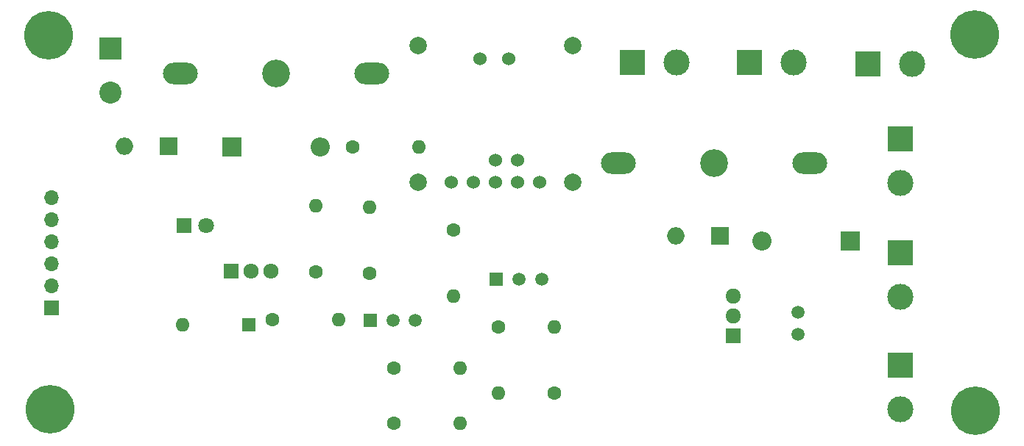
<source format=gbr>
%TF.GenerationSoftware,KiCad,Pcbnew,(5.1.9)-1*%
%TF.CreationDate,2021-04-11T16:44:48+02:00*%
%TF.ProjectId,charge_pcb,63686172-6765-45f7-9063-622e6b696361,rev?*%
%TF.SameCoordinates,Original*%
%TF.FileFunction,Soldermask,Bot*%
%TF.FilePolarity,Negative*%
%FSLAX46Y46*%
G04 Gerber Fmt 4.6, Leading zero omitted, Abs format (unit mm)*
G04 Created by KiCad (PCBNEW (5.1.9)-1) date 2021-04-11 16:44:48*
%MOMM*%
%LPD*%
G01*
G04 APERTURE LIST*
%ADD10C,5.600000*%
%ADD11C,3.600000*%
%ADD12C,1.800000*%
%ADD13R,1.800000X1.800000*%
%ADD14O,1.600000X1.600000*%
%ADD15C,1.600000*%
%ADD16C,1.524000*%
%ADD17C,2.000000*%
%ADD18O,1.800000X1.714500*%
%ADD19R,1.800000X1.714500*%
%ADD20R,1.500000X1.500000*%
%ADD21C,1.500000*%
%ADD22O,1.714500X1.800000*%
%ADD23R,1.714500X1.800000*%
%ADD24C,3.000000*%
%ADD25R,3.000000X3.000000*%
%ADD26O,1.700000X1.700000*%
%ADD27R,1.700000X1.700000*%
%ADD28C,3.200000*%
%ADD29O,4.000500X2.499360*%
%ADD30O,2.200000X2.200000*%
%ADD31R,2.200000X2.200000*%
%ADD32O,2.000000X2.000000*%
%ADD33R,2.000000X2.000000*%
%ADD34R,1.600000X1.600000*%
%ADD35C,1.501140*%
%ADD36C,2.540000*%
%ADD37R,2.540000X2.540000*%
G04 APERTURE END LIST*
D10*
%TO.C,H2*%
X179610000Y-107830000D03*
D11*
X179610000Y-107830000D03*
%TD*%
D10*
%TO.C,H4*%
X73250000Y-151030000D03*
D11*
X73250000Y-151030000D03*
%TD*%
D10*
%TO.C,H3*%
X179680000Y-151210000D03*
D11*
X179680000Y-151210000D03*
%TD*%
D10*
%TO.C,H1*%
X73080000Y-107940000D03*
D11*
X73080000Y-107940000D03*
%TD*%
D12*
%TO.C,D6*%
X91170000Y-129870000D03*
D13*
X88630000Y-129870000D03*
%TD*%
D14*
%TO.C,R9*%
X115680000Y-120770000D03*
D15*
X108060000Y-120770000D03*
%TD*%
D16*
%TO.C,U1*%
X126980000Y-122340000D03*
X124440000Y-122340000D03*
X124440000Y-124880000D03*
X126980000Y-124880000D03*
D17*
X133330000Y-109132000D03*
X115550000Y-109132000D03*
X133330000Y-124880000D03*
X115550000Y-124880000D03*
D16*
X125964000Y-110656000D03*
X122662000Y-110656000D03*
X129520000Y-124880000D03*
X119360000Y-124880000D03*
X121900000Y-124880000D03*
%TD*%
D14*
%TO.C,R8*%
X120380000Y-152580000D03*
D15*
X112760000Y-152580000D03*
%TD*%
D14*
%TO.C,R7*%
X124830000Y-149150000D03*
D15*
X124830000Y-141530000D03*
%TD*%
D14*
%TO.C,R6*%
X119590000Y-137990000D03*
D15*
X119590000Y-130370000D03*
%TD*%
D14*
%TO.C,R5*%
X131200000Y-141560000D03*
D15*
X131200000Y-149180000D03*
%TD*%
D14*
%TO.C,R4*%
X106400000Y-140650000D03*
D15*
X98780000Y-140650000D03*
%TD*%
D14*
%TO.C,R3*%
X120360000Y-146290000D03*
D15*
X112740000Y-146290000D03*
%TD*%
D14*
%TO.C,R2*%
X109980000Y-127680000D03*
D15*
X109980000Y-135300000D03*
%TD*%
D14*
%TO.C,R1*%
X103760000Y-127510000D03*
D15*
X103760000Y-135130000D03*
%TD*%
D18*
%TO.C,Q4*%
X151830000Y-137988000D03*
X151830000Y-140274000D03*
D19*
X151830000Y-142560000D03*
%TD*%
D20*
%TO.C,Q3*%
X124580000Y-136030000D03*
D21*
X129780000Y-136030000D03*
X127180000Y-136030000D03*
%TD*%
D22*
%TO.C,Q2*%
X98612000Y-135050000D03*
X96326000Y-135050000D03*
D23*
X94040000Y-135050000D03*
%TD*%
D20*
%TO.C,Q1*%
X110060000Y-140730000D03*
D21*
X115260000Y-140730000D03*
X112660000Y-140730000D03*
%TD*%
D24*
%TO.C,J7*%
X171010000Y-124920000D03*
D25*
X171010000Y-119840000D03*
%TD*%
D24*
%TO.C,J6*%
X171010000Y-151010000D03*
D25*
X171010000Y-145930000D03*
%TD*%
D24*
%TO.C,J5*%
X171010000Y-138070000D03*
D25*
X171010000Y-132990000D03*
%TD*%
D24*
%TO.C,J4*%
X172380000Y-111170000D03*
D25*
X167300000Y-111170000D03*
%TD*%
D24*
%TO.C,J3*%
X145310000Y-111070000D03*
D25*
X140230000Y-111070000D03*
%TD*%
D24*
%TO.C,J2*%
X158750000Y-111070000D03*
D25*
X153670000Y-111070000D03*
%TD*%
D26*
%TO.C,J1*%
X73400000Y-126620000D03*
X73400000Y-129160000D03*
X73400000Y-131700000D03*
X73400000Y-134240000D03*
X73400000Y-136780000D03*
D27*
X73400000Y-139320000D03*
%TD*%
D28*
%TO.C,F2*%
X149620000Y-122630000D03*
D29*
X138619260Y-122630000D03*
X160620740Y-122630000D03*
%TD*%
D28*
%TO.C,F1*%
X99226000Y-112321000D03*
D29*
X88225260Y-112321000D03*
X110226740Y-112321000D03*
%TD*%
D30*
%TO.C,D5*%
X155090000Y-131590000D03*
D31*
X165250000Y-131590000D03*
%TD*%
D32*
%TO.C,D4*%
X145220000Y-131040000D03*
D33*
X150300000Y-131040000D03*
%TD*%
D14*
%TO.C,D3*%
X88450000Y-141230000D03*
D34*
X96070000Y-141230000D03*
%TD*%
D30*
%TO.C,D2*%
X104280000Y-120750000D03*
D31*
X94120000Y-120750000D03*
%TD*%
D32*
%TO.C,D1*%
X81780000Y-120720000D03*
D33*
X86860000Y-120720000D03*
%TD*%
D35*
%TO.C,C1*%
X159280000Y-139840000D03*
X159280000Y-142380000D03*
%TD*%
D36*
%TO.C,BT1*%
X80140000Y-114550000D03*
D37*
X80140000Y-109470000D03*
%TD*%
M02*

</source>
